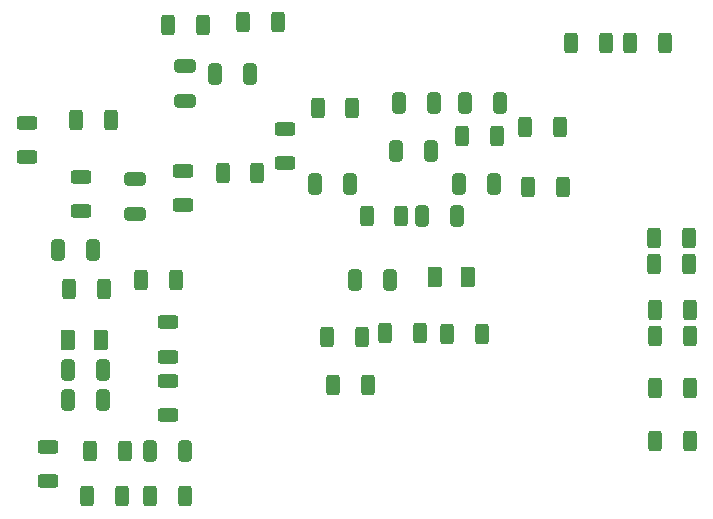
<source format=gbr>
%TF.GenerationSoftware,KiCad,Pcbnew,8.0.7*%
%TF.CreationDate,2025-01-26T02:59:20-05:00*%
%TF.ProjectId,shadow,73686164-6f77-42e6-9b69-6361645f7063,rev?*%
%TF.SameCoordinates,Original*%
%TF.FileFunction,Paste,Bot*%
%TF.FilePolarity,Positive*%
%FSLAX46Y46*%
G04 Gerber Fmt 4.6, Leading zero omitted, Abs format (unit mm)*
G04 Created by KiCad (PCBNEW 8.0.7) date 2025-01-26 02:59:20*
%MOMM*%
%LPD*%
G01*
G04 APERTURE LIST*
G04 Aperture macros list*
%AMRoundRect*
0 Rectangle with rounded corners*
0 $1 Rounding radius*
0 $2 $3 $4 $5 $6 $7 $8 $9 X,Y pos of 4 corners*
0 Add a 4 corners polygon primitive as box body*
4,1,4,$2,$3,$4,$5,$6,$7,$8,$9,$2,$3,0*
0 Add four circle primitives for the rounded corners*
1,1,$1+$1,$2,$3*
1,1,$1+$1,$4,$5*
1,1,$1+$1,$6,$7*
1,1,$1+$1,$8,$9*
0 Add four rect primitives between the rounded corners*
20,1,$1+$1,$2,$3,$4,$5,0*
20,1,$1+$1,$4,$5,$6,$7,0*
20,1,$1+$1,$6,$7,$8,$9,0*
20,1,$1+$1,$8,$9,$2,$3,0*%
G04 Aperture macros list end*
%ADD10RoundRect,0.250000X0.325000X0.650000X-0.325000X0.650000X-0.325000X-0.650000X0.325000X-0.650000X0*%
%ADD11RoundRect,0.250000X0.312500X0.625000X-0.312500X0.625000X-0.312500X-0.625000X0.312500X-0.625000X0*%
%ADD12RoundRect,0.250000X-0.625000X0.312500X-0.625000X-0.312500X0.625000X-0.312500X0.625000X0.312500X0*%
%ADD13RoundRect,0.250000X-0.312500X-0.625000X0.312500X-0.625000X0.312500X0.625000X-0.312500X0.625000X0*%
%ADD14RoundRect,0.250000X0.625000X-0.312500X0.625000X0.312500X-0.625000X0.312500X-0.625000X-0.312500X0*%
%ADD15RoundRect,0.250000X-0.375000X-0.625000X0.375000X-0.625000X0.375000X0.625000X-0.375000X0.625000X0*%
%ADD16RoundRect,0.250000X-0.325000X-0.650000X0.325000X-0.650000X0.325000X0.650000X-0.325000X0.650000X0*%
%ADD17RoundRect,0.250000X0.650000X-0.325000X0.650000X0.325000X-0.650000X0.325000X-0.650000X-0.325000X0*%
G04 APERTURE END LIST*
D10*
%TO.C,C15*%
X133858000Y-65532000D03*
X136808000Y-65532000D03*
%TD*%
%TO.C,C14*%
X110646000Y-88138000D03*
X107696000Y-88138000D03*
%TD*%
D11*
%TO.C,R34*%
X150429500Y-76200000D03*
X153354500Y-76200000D03*
%TD*%
D12*
%TO.C,R33*%
X109220000Y-82165000D03*
X109220000Y-85090000D03*
%TD*%
D11*
%TO.C,R32*%
X150424500Y-78364000D03*
X153349500Y-78364000D03*
%TD*%
D13*
%TO.C,R31*%
X106934000Y-73660000D03*
X109859000Y-73660000D03*
%TD*%
D11*
%TO.C,R29*%
X151261000Y-53594000D03*
X148336000Y-53594000D03*
%TD*%
%TO.C,R28*%
X153293000Y-70104000D03*
X150368000Y-70104000D03*
%TD*%
%TO.C,R27*%
X153268000Y-72263000D03*
X150343000Y-72263000D03*
%TD*%
%TO.C,R26*%
X146242500Y-53594000D03*
X143317500Y-53594000D03*
%TD*%
%TO.C,R25*%
X142625000Y-65786000D03*
X139700000Y-65786000D03*
%TD*%
%TO.C,R24*%
X142371000Y-60706000D03*
X139446000Y-60706000D03*
%TD*%
%TO.C,R23*%
X110621000Y-91948000D03*
X107696000Y-91948000D03*
%TD*%
D13*
%TO.C,R22*%
X102362000Y-91948000D03*
X105287000Y-91948000D03*
%TD*%
D12*
%TO.C,R21*%
X99060000Y-87753000D03*
X99060000Y-90678000D03*
%TD*%
D11*
%TO.C,R20*%
X105541000Y-88138000D03*
X102616000Y-88138000D03*
%TD*%
D12*
%TO.C,R19*%
X109220000Y-77216000D03*
X109220000Y-80141000D03*
%TD*%
D13*
%TO.C,R18*%
X100838000Y-74422000D03*
X103763000Y-74422000D03*
%TD*%
D11*
%TO.C,R17*%
X104343100Y-60071000D03*
X101418100Y-60071000D03*
%TD*%
D13*
%TO.C,R16*%
X132842000Y-78232000D03*
X135767000Y-78232000D03*
%TD*%
D11*
%TO.C,R15*%
X118495000Y-51816000D03*
X115570000Y-51816000D03*
%TD*%
%TO.C,R14*%
X112145000Y-52070000D03*
X109220000Y-52070000D03*
%TD*%
D14*
%TO.C,R13*%
X97282000Y-63246000D03*
X97282000Y-60321000D03*
%TD*%
%TO.C,R12*%
X101854000Y-67818000D03*
X101854000Y-64893000D03*
%TD*%
D12*
%TO.C,R11*%
X110490000Y-64385000D03*
X110490000Y-67310000D03*
%TD*%
D11*
%TO.C,R4*%
X137037000Y-61468000D03*
X134112000Y-61468000D03*
%TD*%
%TO.C,R3*%
X125607000Y-78486000D03*
X122682000Y-78486000D03*
%TD*%
D13*
%TO.C,R2*%
X127594500Y-78105000D03*
X130519500Y-78105000D03*
%TD*%
%TO.C,R1*%
X123190000Y-82550000D03*
X126115000Y-82550000D03*
%TD*%
D15*
%TO.C,D2*%
X100736000Y-78740000D03*
X103536000Y-78740000D03*
%TD*%
D10*
%TO.C,C4*%
X127992000Y-73660000D03*
X125042000Y-73660000D03*
%TD*%
%TO.C,C7*%
X124616000Y-65532000D03*
X121666000Y-65532000D03*
%TD*%
%TO.C,C12*%
X103657000Y-83820000D03*
X100707000Y-83820000D03*
%TD*%
D15*
%TO.C,D1*%
X131826000Y-73406000D03*
X134626000Y-73406000D03*
%TD*%
D10*
%TO.C,C5*%
X131474000Y-62738000D03*
X128524000Y-62738000D03*
%TD*%
D11*
%TO.C,R8*%
X153379500Y-82804000D03*
X150454500Y-82804000D03*
%TD*%
D10*
%TO.C,C10*%
X102870000Y-71120000D03*
X99920000Y-71120000D03*
%TD*%
%TO.C,C9*%
X116152000Y-56220000D03*
X113202000Y-56220000D03*
%TD*%
D11*
%TO.C,R9*%
X153379500Y-87249000D03*
X150454500Y-87249000D03*
%TD*%
D13*
%TO.C,R6*%
X121879500Y-59055000D03*
X124804500Y-59055000D03*
%TD*%
D16*
%TO.C,C2*%
X134366000Y-58674000D03*
X137316000Y-58674000D03*
%TD*%
D10*
%TO.C,C11*%
X103657000Y-81280000D03*
X100707000Y-81280000D03*
%TD*%
%TO.C,C1*%
X131728000Y-58674000D03*
X128778000Y-58674000D03*
%TD*%
D11*
%TO.C,R10*%
X128930000Y-68199000D03*
X126005000Y-68199000D03*
%TD*%
D13*
%TO.C,R5*%
X113828100Y-64617600D03*
X116753100Y-64617600D03*
%TD*%
D10*
%TO.C,C6*%
X133641500Y-68199000D03*
X130691500Y-68199000D03*
%TD*%
D14*
%TO.C,R7*%
X119126000Y-63754000D03*
X119126000Y-60829000D03*
%TD*%
D17*
%TO.C,C8*%
X110607300Y-58474400D03*
X110607300Y-55524400D03*
%TD*%
%TO.C,C3*%
X106426000Y-68072000D03*
X106426000Y-65122000D03*
%TD*%
M02*

</source>
